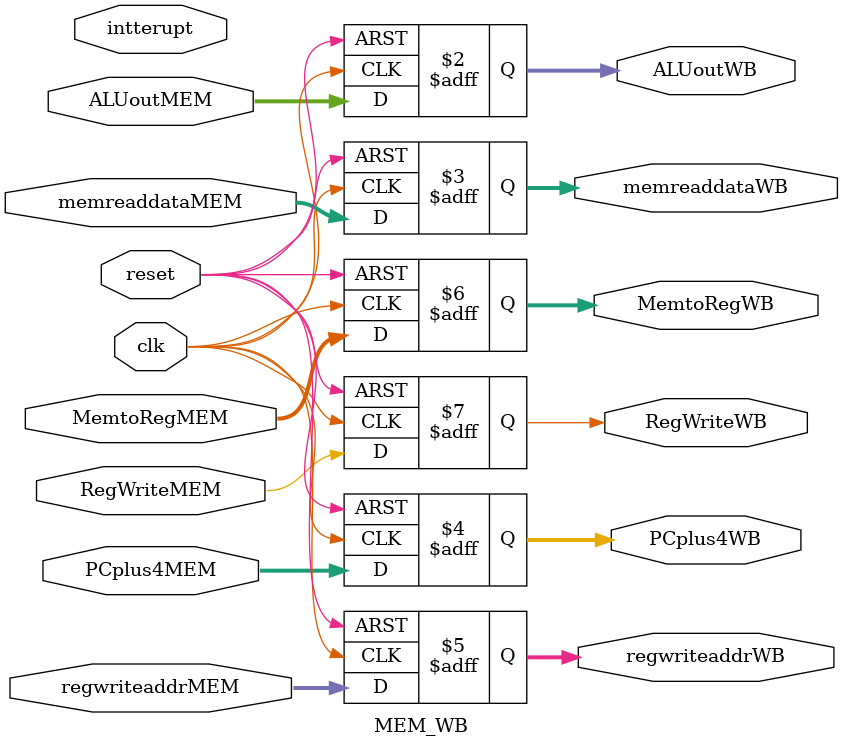
<source format=v>
module MEM_WB(clk,reset,intterupt,
    ALUoutMEM,memreaddataMEM,regwriteaddrMEM,MemtoRegMEM,RegWriteMEM,PCplus4MEM,
    ALUoutWB,memreaddataWB,regwriteaddrWB,MemtoRegWB,RegWriteWB,PCplus4WB);

    input clk,reset,intterupt;
    input [31:0] ALUoutMEM,memreaddataMEM,PCplus4MEM;
    input [4:0] regwriteaddrMEM;
    input [1:0] MemtoRegMEM;
    input RegWriteMEM;
    output reg [31:0] ALUoutWB,memreaddataWB,PCplus4WB;
    output reg [4:0] regwriteaddrWB;
    output reg [1:0] MemtoRegWB;
    output reg RegWriteWB;

    always @(posedge clk or posedge reset)
    begin
        if(reset) begin
            ALUoutWB<=0;
            memreaddataWB<=0;
            regwriteaddrWB<=0;
            MemtoRegWB<=0;
            RegWriteWB<=0;
            PCplus4WB<=0;
        end
        else begin
            ALUoutWB<=ALUoutMEM;
            memreaddataWB<=memreaddataMEM;
            regwriteaddrWB<=regwriteaddrMEM;
            MemtoRegWB<=MemtoRegMEM;
            RegWriteWB<=RegWriteMEM;
            PCplus4WB<=PCplus4MEM;
        end
    end

endmodule
</source>
